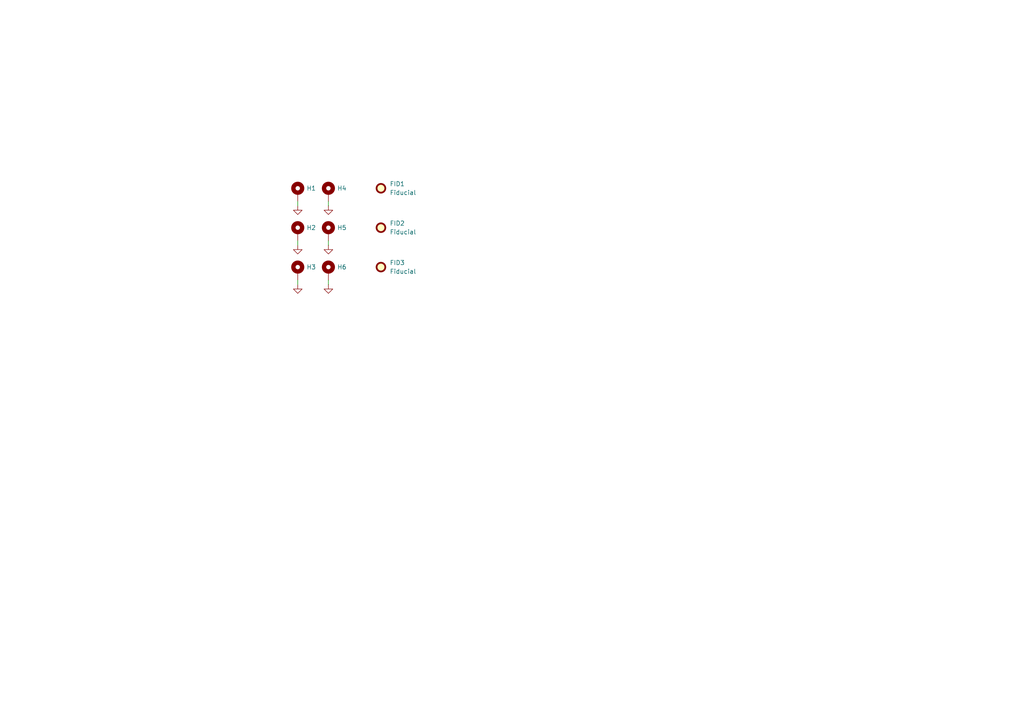
<source format=kicad_sch>
(kicad_sch (version 20231120) (generator "eeschema") (generator_version "8.0")
  (paper "A4")
  (lib_symbols
    (symbol "Mechanical:Fiducial" (exclude_from_sim yes) (in_bom no)
      (property "Reference" "FID" (at 0 5.08 0))
      (property "Value" "Fiducial" (at 0 3.175 0))
      (symbol "Fiducial_0_1"
        (circle (center 0 0) (radius 1.27) (stroke (width 0.508)) (fill (type background)))
      )
    )
    (symbol "Mechanical:MountingHole_Pad" (pin_numbers hide) (pin_names (offset 1.016) hide) (exclude_from_sim yes) (in_bom no)
      (property "Reference" "H" (at 0 6.35 0))
      (property "Value" "MountingHole_Pad" (at 0 4.445 0))
      (symbol "MountingHole_Pad_0_1"
        (circle (center 0 1.27) (radius 1.27) (stroke (width 1.27)))
      )
      (symbol "MountingHole_Pad_1_1"
        (pin input line (at 0 -2.54 90) (length 2.54) (name "1") (number "1"))
      )
    )
    (symbol "power:GND" (power) (pin_numbers hide) (pin_names (offset 0) hide)
      (property "Value" "GND" (at 0 -3.81 0))
      (symbol "GND_0_1"
        (polyline (pts (xy 0 0) (xy 0 -1.27) (xy 1.27 -1.27) (xy 0 -2.54) (xy -1.27 -1.27) (xy 0 -1.27)))
      )
      (symbol "GND_1_1"
        (pin power_in line (at 0 0 270) (length 0) (name "~") (number "1"))
      )
    )
  )
  (wire (pts (xy 86.36 58.42) (xy 86.36 59.69)))
  (wire (pts (xy 95.25 69.85) (xy 95.25 71.12)))
  (wire (pts (xy 86.36 81.28) (xy 86.36 82.55)))
  (wire (pts (xy 95.25 58.42) (xy 95.25 59.69)))
  (wire (pts (xy 86.36 69.85) (xy 86.36 71.12)))
  (wire (pts (xy 95.25 81.28) (xy 95.25 82.55)))
  (symbol (lib_id "Mechanical:MountingHole_Pad") (at 95.25 78.74 0) (unit 1) (in_bom no)
    (property "Reference" "H6" (at 97.79 77.47 0) (effects (justify left)))
    (property "Value" "MountingHole_Pad" (effects (hide yes)))
    (property "Footprint" "mechanical:MountingHole_3.2mm_M3_DIN965_Pad" (effects (hide yes)))
  )
  (symbol (lib_id "Mechanical:MountingHole_Pad") (at 86.36 78.74 0) (unit 1) (in_bom no)
    (property "Reference" "H3" (at 88.9 77.47 0) (effects (justify left)))
    (property "Value" "MountingHole_Pad" (effects (hide yes)))
    (property "Footprint" "mechanical:MountingHole_3.2mm_M3_DIN965_Pad" (effects (hide yes)))
  )
  (symbol (lib_id "Mechanical:MountingHole_Pad") (at 95.25 55.88 0) (unit 1) (in_bom no)
    (property "Reference" "H4" (at 97.79 54.61 0) (effects (justify left)))
    (property "Value" "MountingHole_Pad" (effects (hide yes)))
    (property "Footprint" "mechanical:MountingHole_3.2mm_M3_DIN965_Pad" (effects (hide yes)))
  )
  (symbol (lib_id "Mechanical:Fiducial") (at 110.49 77.47 0) (unit 1) (in_bom no)
    (property "Reference" "FID3" (at 113.03 76.2 0) (effects (justify left)))
    (property "Value" "Fiducial" (at 113.03 78.74 0) (effects (justify left)))
    (property "Footprint" "Fiducial:Fiducial_1mm_Mask2mm" (effects (hide yes)))
  )
  (symbol (lib_id "power:GND") (at 86.36 71.12 0) (unit 1)
    (property "Reference" "#PWR0107" (effects (hide yes)))
    (property "Value" "GND" (effects (hide yes)))
  )
  (symbol (lib_id "power:GND") (at 95.25 82.55 0) (unit 1)
    (property "Reference" "#PWR0111" (effects (hide yes)))
    (property "Value" "GND" (effects (hide yes)))
  )
  (symbol (lib_id "power:GND") (at 95.25 71.12 0) (unit 1)
    (property "Reference" "#PWR0110" (effects (hide yes)))
    (property "Value" "GND" (effects (hide yes)))
  )
  (symbol (lib_id "power:GND") (at 86.36 59.69 0) (unit 1)
    (property "Reference" "#PWR0106" (effects (hide yes)))
    (property "Value" "GND" (effects (hide yes)))
  )
  (symbol (lib_id "Mechanical:Fiducial") (at 110.49 66.04 0) (unit 1) (in_bom no)
    (property "Reference" "FID2" (at 113.03 64.77 0) (effects (justify left)))
    (property "Value" "Fiducial" (at 113.03 67.31 0) (effects (justify left)))
    (property "Footprint" "Fiducial:Fiducial_1mm_Mask2mm" (effects (hide yes)))
  )
  (symbol (lib_id "power:GND") (at 86.36 82.55 0) (unit 1)
    (property "Reference" "#PWR0108" (effects (hide yes)))
    (property "Value" "GND" (effects (hide yes)))
  )
  (symbol (lib_id "Mechanical:MountingHole_Pad") (at 95.25 67.31 0) (unit 1) (in_bom no)
    (property "Reference" "H5" (at 97.79 66.04 0) (effects (justify left)))
    (property "Value" "MountingHole_Pad" (effects (hide yes)))
    (property "Footprint" "mechanical:MountingHole_3.2mm_M3_DIN965_Pad" (effects (hide yes)))
  )
  (symbol (lib_id "power:GND") (at 95.25 59.69 0) (unit 1)
    (property "Reference" "#PWR0109" (effects (hide yes)))
    (property "Value" "GND" (effects (hide yes)))
  )
  (symbol (lib_id "Mechanical:Fiducial") (at 110.49 54.61 0) (unit 1) (in_bom no)
    (property "Reference" "FID1" (at 113.03 53.34 0) (effects (justify left)))
    (property "Value" "Fiducial" (at 113.03 55.88 0) (effects (justify left)))
    (property "Footprint" "Fiducial:Fiducial_1mm_Mask2mm" (effects (hide yes)))
  )
  (symbol (lib_id "Mechanical:MountingHole_Pad") (at 86.36 67.31 0) (unit 1) (in_bom no)
    (property "Reference" "H2" (at 88.9 66.04 0) (effects (justify left)))
    (property "Value" "MountingHole_Pad" (effects (hide yes)))
    (property "Footprint" "mechanical:MountingHole_3.2mm_M3_DIN965_Pad" (effects (hide yes)))
  )
  (symbol (lib_id "Mechanical:MountingHole_Pad") (at 86.36 55.88 0) (unit 1) (in_bom no)
    (property "Reference" "H1" (at 88.9 54.61 0) (effects (justify left)))
    (property "Value" "MountingHole_Pad" (effects (hide yes)))
    (property "Footprint" "mechanical:MountingHole_3.2mm_M3_DIN965_Pad" (effects (hide yes)))
  )
)
</source>
